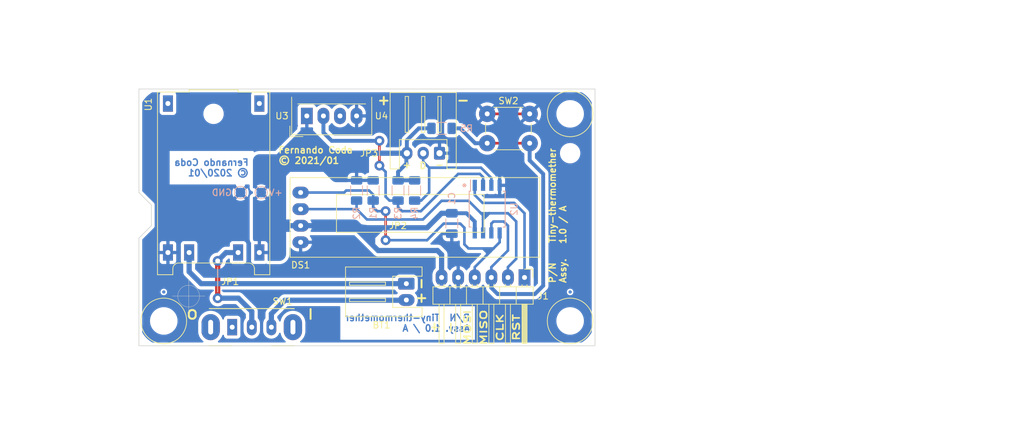
<source format=kicad_pcb>
(kicad_pcb (version 20211014) (generator pcbnew)
  (title_block (title "Tiny-Thermomether") (date "2021-03-13") (rev "1.0 / A") (company "Fernando Coda"))
  (layers (0 "F.Cu" signal) (31 "B.Cu" signal) (34 "B.Paste" user) (35 "F.Paste" user) (36 "B.SilkS" user "B.Silkscreen") (37 "F.SilkS" user "F.Silkscreen") (38 "B.Mask" user) (39 "F.Mask" user) (44 "Edge.Cuts" user))
  (net 0 "")
  (net 1 "VCC")
  (net 2 "GND")
  (net 3 "/SCL")
  (net 4 "/MOSI")
  (net 5 "/MISO")
  (net 6 "/RST")
  (net 7 "/DHT11_DATA")
  (net 8 "/DS18B20_DATA")
  (net 9 "Net-(SW1-Pad1)")
  (net 10 "Net-(U1-Pad2)")
  (net 11 "Net-(U1-Pad1)")
  (net 12 "Net-(U3-Pad3)")
  (net 13 "/BT+")
  (net 14 "/BT-")
  (net 15 "Net-(SW1-Pad2)")
  (footprint "Connector_PinHeader_2.54mm:PinHeader_1x06_P2.54mm_Horizontal" (layer "F.Cu") (at 83.185 50.4825 -90)
    (fp_text reference "J1" (at 2.8575 -2.8575 180) (layer "F.SilkS"))
    (fp_text value "Conn_01x06_Male" hide)
    (fp_line (start 1.44 14.03) (end 4.1 14.03) (layer "F.SilkS") (width 0.12))
    (fp_line (start 4.1 -1.33) (end 1.44 -1.33) (layer "F.SilkS") (width 0.12))
    (fp_line (start 1.44 8.89) (end 4.1 8.89) (layer "F.SilkS") (width 0.12))
    (fp_line (start 10.1 5.46) (end 4.1 5.46) (layer "F.SilkS") (width 0.12))
    (fp_line (start 1.042929 13.08) (end 1.44 13.08) (layer "F.SilkS") (width 0.12))
    (fp_line (start 1.44 1.27) (end 4.1 1.27) (layer "F.SilkS") (width 0.12))
    (fp_line (start 4.1 0.16) (end 10.1 0.16) (layer "F.SilkS") (width 0.12))
    (fp_line (start 1.44 -1.33) (end 1.44 14.03) (layer "F.SilkS") (width 0.12))
    (fp_line (start 4.1 -0.32) (end 10.1 -0.32) (layer "F.SilkS") (width 0.12))
    (fp_line (start 4.1 7.24) (end 10.1 7.24) (layer "F.SilkS") (width 0.12))
    (fp_line (start 4.1 -0.38) (end 10.1 -0.38) (layer "F.SilkS") (width 0.12))
    (fp_line (start 10.1 12.32) (end 10.1 13.08) (layer "F.SilkS") (width 0.12))
    (fp_line (start 4.1 -0.2) (end 10.1 -0.2) (layer "F.SilkS") (width 0.12))
    (fp_line (start 10.1 13.08) (end 4.1 13.08) (layer "F.SilkS") (width 0.12))
    (fp_line (start 10.1 7.24) (end 10.1 8) (layer "F.SilkS") (width 0.12))
    (fp_line (start 10.1 0.38) (end 4.1 0.38) (layer "F.SilkS") (width 0.12))
    (fp_line (start 1.042929 12.32) (end 1.44 12.32) (layer "F.SilkS") (width 0.12))
    (fp_line (start 1.042929 9.78) (end 1.44 9.78) (layer "F.SilkS") (width 0.12))
    (fp_line (start 1.042929 7.24) (end 1.44 7.24) (layer "F.SilkS") (width 0.12))
    (fp_line (start 4.1 -0.08) (end 10.1 -0.08) (layer "F.SilkS") (width 0.12))
    (fp_line (start 4.1 2.16) (end 10.1 2.16) (layer "F.SilkS") (width 0.12))
    (fp_line (start 1.11 0.38) (end 1.44 0.38) (layer "F.SilkS") (width 0.12))
    (fp_line (start 10.1 10.54) (end 4.1 10.54) (layer "F.SilkS") (width 0.12))
    (fp_line (start 4.1 9.78) (end 10.1 9.78) (layer "F.SilkS") (width 0.12))
    (fp_line (start 1.44 11.43) (end 4.1 11.43) (layer "F.SilkS") (width 0.12))
    (fp_line (start 10.1 4.7) (end 10.1 5.46) (layer "F.SilkS") (width 0.12))
    (fp_line (start 1.44 3.81) (end 4.1 3.81) (layer "F.SilkS") (width 0.12))
    (fp_line (start 4.1 0.04) (end 10.1 0.04) (layer "F.SilkS") (width 0.12))
    (fp_line (start 4.1 0.28) (end 10.1 0.28) (layer "F.SilkS") (width 0.12))
    (fp_line (start 1.042929 10.54) (end 1.44 10.54) (layer "F.SilkS") (width 0.12))
    (fp_line (start 1.042929 5.46) (end 1.44 5.46) (layer "F.SilkS") (width 0.12))
    (fp_line (start 10.1 2.92) (end 4.1 2.92) (layer "F.SilkS") (width 0.12))
    (fp_line (start 10.1 9.78) (end 10.1 10.54) (layer "F.SilkS") (width 0.12))
    (fp_line (start 10.1 2.16) (end 10.1 2.92) (layer "F.SilkS") (width 0.12))
    (fp_line (start 4.1 14.03) (end 4.1 -1.33) (layer "F.SilkS") (width 0.12))
    (fp_line (start 1.44 6.35) (end 4.1 6.35) (layer "F.SilkS") (width 0.12))
    (fp_line (start 10.1 8) (end 4.1 8) (layer "F.SilkS") (width 0.12))
    (fp_line (start 1.042929 8) (end 1.44 8) (layer "F.SilkS") (width 0.12))
    (fp_line (start -1.27 -1.27) (end 0 -1.27) (layer "F.SilkS") (width 0.12))
    (fp_line (start 1.11 -0.38) (end 1.44 -0.38) (layer "F.SilkS") (width 0.12))
    (fp_line (start 1.042929 2.16) (end 1.44 2.16) (layer "F.SilkS") (width 0.12))
    (fp_line (start 1.042929 2.92) (end 1.44 2.92) (layer "F.SilkS") (width 0.12))
    (fp_line (start 1.042929 4.7) (end 1.44 4.7) (layer "F.SilkS") (width 0.12))
    (fp_line (start 4.1 4.7) (end 10.1 4.7) (layer "F.SilkS") (width 0.12))
    (fp_line (start -1.27 0) (end -1.27 -1.27) (layer "F.SilkS") (width 0.12))
    (fp_line (start 4.1 12.32) (end 10.1 12.32) (layer "F.SilkS") (width 0.12))
    (fp_line (start 10.1 -0.38) (end 10.1 0.38) (layer "F.SilkS") (width 0.12))
    (pad "1" thru_hole rect locked (at 0 0 270) (size 2.5 1.8) (drill 0.75) (layers *.Cu *.Mask) (net 6 "/RST"))
    (pad "2" thru_hole oval locked (at 0 2.54 270) (size 2.5 1.8) (drill 0.75) (layers *.Cu *.Mask) (net 3 "/SCL"))
    (pad "3" thru_hole oval locked (at 0 5.08 270) (size 2.5 1.8) (drill 0.75) (layers *.Cu *.Mask) (net 5 "/MISO"))
    (pad "4" thru_hole oval locked (at 0 7.62 270) (size 2.5 1.8) (drill 0.75) (layers *.Cu *.Mask) (net 4 "/MOSI"))
    (pad "5" thru_hole oval locked (at 0 10.16 270) (size 2.5 1.8) (drill 0.75) (layers *.Cu *.Mask) (net 2 "GND"))
    (pad "6" thru_hole oval locked (at 0 12.7 270) (size 2.5 1.8) (drill 0.75) (layers *.Cu *.Mask) (net 1 "VCC"))
  )
  (footprint "Connector_JST:JST_XH_S3B-XH-A_1x03_P2.50mm_Horizontal" (layer "F.Cu") (at 70.1675 31.4325 180)
    (fp_text reference "U4" (at 8.89 5.715) (layer "F.SilkS"))
    (fp_text value "DS18B20")
    (fp_line (start -1.14 2.09) (end 2.5 2.09) (layer "F.SilkS") (width 0.12))
    (fp_line (start 2.5 9.31) (end 7.56 9.31) (layer "F.SilkS") (width 0.12))
    (fp_line (start 4.75 8.7) (end 5.25 8.7) (layer "F.SilkS") (width 0.12))
    (fp_line (start 2.5 9.31) (end -2.56 9.31) (layer "F.SilkS") (width 0.12))
    (fp_line (start 2.25 8.7) (end 2.75 8.7) (layer "F.SilkS") (width 0.12))
    (fp_line (start 0.25 3.2) (end -0.25 3.2) (layer "F.SilkS") (width 0.12))
    (fp_line (start 6.14 2.09) (end 2.5 2.09) (layer "F.SilkS") (width 0.12))
    (fp_line (start 7.56 -2.41) (end 6.14 -2.41) (layer "F.SilkS") (width 0.12))
    (fp_line (start -2.56 9.31) (end -2.56 -2.41) (layer "F.SilkS") (width 0.12))
    (fp_line (start 6.14 -2.41) (end 6.14 2.09) (layer "F.SilkS") (width 0.12))
    (fp_line (start -0.25 8.7) (end 0.25 8.7) (layer "F.SilkS") (width 0.12))
    (fp_line (start 4.75 3.2) (end 4.75 8.7) (layer "F.SilkS") (width 0.12))
    (fp_line (start 5.25 3.2) (end 4.75 3.2) (layer "F.SilkS") (width 0.12))
    (fp_line (start 2.75 8.7) (end 2.75 3.2) (layer "F.SilkS") (width 0.12))
    (fp_line (start -1.14 -2.41) (end -1.14 2.09) (layer "F.SilkS") (width 0.12))
    (fp_line (start 5.25 8.7) (end 5.25 3.2) (layer "F.SilkS") (width 0.12))
    (fp_line (start 2.75 3.2) (end 2.25 3.2) (layer "F.SilkS") (width 0.12))
    (fp_line (start 2.25 3.2) (end 2.25 8.7) (layer "F.SilkS") (width 0.12))
    (fp_line (start -0.25 3.2) (end -0.25 8.7) (layer "F.SilkS") (width 0.12))
    (fp_line (start 7.56 9.31) (end 7.56 -2.41) (layer "F.SilkS") (width 0.12))
    (fp_line (start -2.56 -2.41) (end -1.14 -2.41) (layer "F.SilkS") (width 0.12))
    (fp_line (start 0.25 8.7) (end 0.25 3.2) (layer "F.SilkS") (width 0.12))
    (pad "1" thru_hole roundrect (at 0 0 180) (size 1.7 1.95) (drill 0.95) (layers *.Cu *.Mask) (roundrect_rratio 0.147059) (net 2 "GND"))
    (pad "2" thru_hole oval (at 2.5 0 180) (size 1.7 1.95) (drill 0.95) (layers *.Cu *.Mask) (net 8 "/DS18B20_DATA"))
    (pad "3" thru_hole oval (at 5 0 180) (size 1.7 1.95) (drill 0.95) (layers *.Cu *.Mask) (net 1 "VCC"))
  )
  (footprint "Connector_JST:JST_XH_S2B-XH-A_1x02_P2.50mm_Horizontal" (layer "F.Cu") (at 65.0875 51.435 -90)
    (fp_text reference "BT1" (at 6.35 3.81) (layer "F.SilkS"))
    (fp_text value "Battery_Cell")
    (fp_line (start -2.56 -2.41) (end -1.14 -2.41) (layer "F.SilkS") (width 0.12))
    (fp_line (start -1.14 2.09) (end 1.25 2.09) (layer "F.SilkS") (width 0.12))
    (fp_line (start 3.64 2.09) (end 1.25 2.09) (layer "F.SilkS") (width 0.12))
    (fp_line (start 1.25 9.31) (end 5.06 9.31) (layer "F.SilkS") (width 0.12))
    (fp_line (start -2.56 9.31) (end -2.56 -2.41) (layer "F.SilkS") (width 0.12))
    (fp_line (start 2.75 8.7) (end 2.75 3.2) (layer "F.SilkS") (width 0.12))
    (fp_line (start -0.25 8.7) (end 0.25 8.7) (layer "F.SilkS") (width 0.12))
    (fp_line (start -0.25 3.2) (end -0.25 8.7) (layer "F.SilkS") (width 0.12))
    (fp_line (start 5.06 9.31) (end 5.06 -2.41) (layer "F.SilkS") (width 0.12))
    (fp_line (start 2.25 8.7) (end 2.75 8.7) (layer "F.SilkS") (width 0.12))
    (fp_line (start 2.25 3.2) (end 2.25 8.7) (layer "F.SilkS") (width 0.12))
    (fp_line (start 2.75 3.2) (end 2.25 3.2) (layer "F.SilkS") (width 0.12))
    (fp_line (start 0.25 3.2) (end -0.25 3.2) (layer "F.SilkS") (width 0.12))
    (fp_line (start 5.06 -2.41) (end 3.64 -2.41) (layer "F.SilkS") (width 0.12))
    (fp_line (start 3.64 -2.41) (end 3.64 2.09) (layer "F.SilkS") (width 0.12))
    (fp_line (start 1.25 9.31) (end -2.56 9.31) (layer "F.SilkS") (width 0.12))
    (fp_line (start 0.25 8.7) (end 0.25 3.2) (layer "F.SilkS") (width 0.12))
    (fp_line (start -1.14 -2.41) (end -1.14 2.09) (layer "F.SilkS") (width 0.12))
    (pad "1" thru_hole oval locked (at 2.5 0 270) (size 1.8 2.5) (drill 0.75) (layers *.Cu *.Mask) (net 13 "/BT+"))
    (pad "2" thru_hole roundrect locked (at 0 0 270) (size 1.8 2.5) (drill 0.75) (layers *.Cu *.Mask) (roundrect_rratio 0.147) (net 14 "/BT-"))
  )
  (footprint "Button_Switch_THT:SW_SPDT_Angled_P3mm_13x5.5x6mm" (layer "F.Cu") (at 38.4175 58.1025)
    (fp_text reference "SW1" (at 7.7125 -3.9525) (layer "F.SilkS"))
    (fp_text value "SW_SPDT")
    (fp_line (start -3.5 -2.85) (end 9.5 -2.85) (layer "F.SilkS") (width 0.15))
    (fp_line (start 6 2.85) (end 9.5 2.85) (layer "F.SilkS") (width 0.15))
    (fp_line (start -3.5 2.85) (end -0.1 2.85) (layer "F.SilkS") (width 0.15))
    (pad "" thru_hole oval locked (at -3.3 0) (size 2.8 4) (drill oval 0.75 2.25) (layers *.Cu *.Mask))
    (pad "" thru_hole oval locked (at 9.3 0) (size 2.8 4) (drill oval 0.75 2.25) (layers *.Cu *.Mask))
    (pad "1" thru_hole rect locked (at 0 0) (size 1.5 2.5) (drill 0.75) (layers *.Cu *.Mask) (net 9 "Net-(SW1-Pad1)"))
    (pad "2" thru_hole oval locked (at 3 0) (size 1.5 2.5) (drill 0.75) (layers *.Cu *.Mask) (net 15 "Net-(SW1-Pad2)"))
    (pad "3" thru_hole oval locked (at 6 0) (size 1.5 2.5) (drill 0.75) (layers *.Cu *.Mask) (net 13 "/BT+"))
  )
  (footprint "Sensor:Aosong_DHT11_5.5x12.0_P2.54mm_horizontal" (layer "F.Cu") (at 49.8475 25.7175 90)
    (fp_text reference "U3" (at 0 -3.81) (layer "F.SilkS"))
    (fp_text value "DHT11")
    (fp_line (start -3.16 -2.6) (end -1.55 -2.6) (layer "F.SilkS") (width 0.12))
    (fp_line (start 2.88 9.94) (end -2.88 9.94) (layer "F.SilkS") (width 0.12))
    (fp_line (start -2.87 -2.32) (end 2.88 -2.32) (layer "F.SilkS") (width 0.12))
    (fp_line (start 1.84 -1.4) (end 1.84 9) (layer "F.SilkS") (width 0.12))
    (fp_line (start -3.16 -2.6) (end -3.16 -0.6) (layer "F.SilkS") (width 0.12))
    (fp_line (start -2.88 9.94) (end -2.88 -2.31) (layer "F.SilkS") (width 0.12))
    (pad "1" thru_hole rect locked (at 0 0 90) (size 2.5 1.8) (drill 0.75) (layers *.Cu *.Mask) (net 1 "VCC"))
    (pad "2" thru_hole oval locked (at 0 2.54 90) (size 2.5 1.8) (drill 0.75) (layers *.Cu *.Mask) (net 7 "/DHT11_DATA"))
    (pad "3" thru_hole oval locked (at 0 5.08 90) (size 2.5 1.8) (drill 0.75) (layers *.Cu *.Mask) (net 12 "Net-(U3-Pad3)"))
    (pad "4" thru_hole oval locked (at 0 7.62 90) (size 2.5 1.8) (drill 0.75) (layers *.Cu *.Mask) (net 2 "GND"))
  )
  (footprint "ssd1306:SSD1306_128x32" (layer "F.Cu") (at 48.895 45.085)
    (fp_text reference "DS1" (at 0 3.4925) (layer "F.SilkS"))
    (fp_text value "SSD1306_128x32")
    (fp_line (start 28.09 -7.32) (end 28.09 -1.52) (layer "F.SilkS") (width 0.12))
    (fp_line (start -1.61 2.3) (end 36.61 2.3) (layer "F.SilkS") (width 0.12))
    (fp_line (start 5.49 -7.32) (end 5.49 -1.52) (layer "F.SilkS") (width 0.12))
    (fp_line (start 36.61 -9.92) (end 36.61 2.3) (layer "F.SilkS") (width 0.12))
    (fp_line (start 36.61 -9.92) (end -1.61 -9.92) (layer "F.SilkS") (width 0.12))
    (fp_line (start -1.61 -9.92) (end -1.61 2.3) (layer "F.SilkS") (width 0.12))
    (fp_line (start 5.49 -1.52) (end 28.09 -1.52) (layer "F.SilkS") (width 0.12))
    (fp_line (start 5.49 -7.32) (end 28.09 -7.32) (layer "F.SilkS") (width 0.12))
    (pad "1" thru_hole oval locked (at 0 0) (size 2.5 1.8) (drill 0.75) (layers *.Cu *.Mask) (net 2 "GND"))
    (pad "2" thru_hole oval locked (at 0 -2.54) (size 2.5 1.8) (drill 0.75) (layers *.Cu *.Mask) (net 1 "VCC"))
    (pad "3" thru_hole oval locked (at 0 -5.08) (size 2.5 1.8) (drill 0.75) (layers *.Cu *.Mask) (net 3 "/SCL"))
    (pad "4" thru_hole oval locked (at 0 -7.62) (size 2.5 1.8) (drill 0.75) (layers *.Cu *.Mask) (net 4 "/MOSI"))
  )
  (footprint "Button_Switch_THT:SW_PUSH_6mm_H7.3mm" (layer "F.Cu") (at 77.47 25.4)
    (fp_text reference "SW2" (at 3.25 -2) (layer "F.SilkS"))
    (fp_text value "SW_Push")
    (fp_line (start 6.75 3) (end 6.75 1.5) (layer "F.SilkS") (width 0.12))
    (fp_line (start 5.5 -1) (end 1 -1) (layer "F.SilkS") (width 0.12))
    (fp_line (start -0.25 1.5) (end -0.25 3) (layer "F.SilkS") (width 0.12))
    (fp_line (start 1 5.5) (end 5.5 5.5) (layer "F.SilkS") (width 0.12))
    (pad "1" thru_hole circle locked (at 0 0 90) (size 2.5 2.5) (drill 0.75) (layers *.Cu *.Mask) (net 2 "GND"))
    (pad "1" thru_hole circle locked (at 6.5 0 90) (size 2.5 2.5) (drill 0.75) (layers *.Cu *.Mask) (net 2 "GND"))
    (pad "2" thru_hole circle locked (at 0 4.5 90) (size 2.5 2.5) (drill 0.75) (layers *.Cu *.Mask) (net 5 "/MISO"))
    (pad "2" thru_hole circle locked (at 6.5 4.5 90) (size 2.5 2.5) (drill 0.75) (layers *.Cu *.Mask) (net 5 "/MISO"))
  )
  (footprint "tp4056:TP4056" (layer "F.Cu") (at 28.575 46.6625 -90)
    (fp_text reference "U1" (at -22.7 3 90) (layer "F.SilkS"))
    (fp_text value "TP4056")
    (fp_line (start 3.4 1.6) (end -24.6 1.6) (layer "F.SilkS") (width 0.12))
    (fp_line (start 1.6 -12.35) (end 1.6 -1.65) (layer "F.SilkS") (width 0.12))
    (fp_line (start -24.6 1.6) (end -24.6 -3.25) (layer "F.SilkS") (width 0.12))
    (fp_line (start 3.4 -15.6) (end 3.4 -13.25) (layer "F.SilkS") (width 0.12))
    (fp_line (start 2.5 -0.75) (end 3.4 -0.75) (layer "F.SilkS") (width 0.12))
    (fp_line (start -24.95 -10.75) (end -24.6 -10.75) (layer "F.SilkS") (width 0.12))
    (fp_line (start -24.6 -3.25) (end -24.95 -3.25) (layer "F.SilkS") (width 0.12))
    (fp_line (start 2.5 -13.25) (end 3.4 -13.25) (layer "F.SilkS") (width 0.12))
    (fp_line (start -24.95 -3.25) (end -24.95 -10.75) (layer "F.SilkS") (width 0.12))
    (fp_line (start -24.6 -15.6) (end 3.4 -15.6) (layer "F.SilkS") (width 0.12))
    (fp_line (start -24.6 -10.75) (end -24.6 -15.6) (layer "F.SilkS") (width 0.12))
    (fp_line (start 3.4 -0.75) (end 3.4 1.6) (layer "F.SilkS") (width 0.12))
    (fp_arc (start 1.6 -12.35) (mid 1.863604 -12.986396) (end 2.5 -13.25) (layer "F.SilkS") (width 0.12))
    (fp_arc (start 2.5 -0.75) (mid 1.863604 -1.013604) (end 1.6 -1.65) (layer "F.SilkS") (width 0.12))
    (pad "1" thru_hole rect locked (at -22.85 -14 270) (size 2.5 1.524) (drill 0.762) (layers *.Cu *.Mask) (net 11 "Net-(U1-Pad1)"))
    (pad "2" thru_hole rect locked (at -22.85 0 270) (size 2.5 1.524) (drill 0.762) (layers *.Cu *.Mask) (net 10 "Net-(U1-Pad2)"))
    (pad "3" thru_hole rect locked (at 0 -10.75 270) (size 2.5 1.524) (drill 0.762) (layers *.Cu *.Mask) (net 15 "Net-(SW1-Pad2)"))
    (pad "4" thru_hole rect locked (at 0 -3.25 270) (size 2.5 1.524) (drill 0.762) (layers *.Cu *.Mask) (net 14 "/BT-"))
    (pad "5" thru_hole rect locked (at 0 -14 270) (size 2.5 1.524) (drill 0.762) (layers *.Cu *.Mask) (net 1 "VCC"))
    (pad "6" thru_hole rect locked (at 0 0 270) (size 2.5 1.524) (drill 0.762) (layers *.Cu *.Mask) (net 2 "GND"))
  )
  (footprint "MountingHole:MountingHole_3.2mm_M3_ISO7380" (layer "F.Cu") (at 27.94 57.15)
    (fp_text reference "REF**" hide)
    (fp_text value "MountingHole_3.2mm_M3_ISO7380" hide)
    (pad "" np_thru_hole circle locked (at 0 0) (size 3.2 3.2) (drill 3.2) (layers *.Cu *.Mask))
  )
  (footprint "MountingHole:MountingHole_3.2mm_M3_ISO7380" (layer "F.Cu") (at 90.17 57.15)
    (fp_text reference "REF**" hide)
    (fp_text value "MountingHole_3.2mm_M3_ISO7380" hide)
    (pad "" np_thru_hole circle locked (at 0 0) (size 3.2 3.2) (drill 3.2) (layers *.Cu *.Mask))
  )
  (footprint "MountingHole:MountingHole_3.2mm_M3_ISO7380" (layer "F.Cu") (at 90.17 25.4)
    (fp_text reference "REF**" hide)
    (fp_text value "MountingHole_3.2mm_M3_ISO7380" hide)
    (pad "" np_thru_hole circle locked (at 0 0) (size 3.2 3.2) (drill 3.2) (layers *.Cu *.Mask))
  )
  (footprint "MountingHole:MountingHole_2.1mm" (layer "F.Cu") (at 35.56 25.4)
    (fp_text reference "REF**" hide)
    (fp_text value "MountingHole_2.1mm" hide)
    (pad "" np_thru_hole circle locked (at 0 0) (size 2.1 2.1) (drill 2.1) (layers *.Cu *.Mask))
  )
  (footprint "MountingHole:MountingHole_2.1mm" (layer "F.Cu") (at 90.17 31.4325)
    (fp_text reference "REF**" hide)
    (fp_text value "MountingHole_2.1mm" hide)
    (pad "" np_thru_hole circle locked (at 0 0) (size 2.1 2.1) (drill 2.1) (layers *.Cu *.Mask))
  )
  (footprint "Resistor_SMD:R_1206_3216Metric_Pad1.30x1.75mm_HandSolder" (layer "B.Cu") (at 63.8175 37.1475 -90)
    (fp_text reference "R3" (at 3.4925 0 -90) (layer "B.SilkS") (effects (justify mirror)))
    (fp_text value "4k7")
    (fp_line (start -0.727064 -0.91) (end 0.727064 -0.91) (layer "B.SilkS") (width 0.12))
    (fp_line (start -0.727064 0.91) (end 0.727064 0.91) (layer "B.SilkS") (width 0.12))
    (pad "1" smd roundrect locked (at -1.55 0 270) (size 1.3 1.75) (layers "B.Cu" "B.Paste" "B.Mask") (roundrect_rratio 0.192308) (net 1 "VCC"))
    (pad "2" smd roundrect locked (at 1.55 0 270) (size 1.3 1.75) (layers "B.Cu" "B.Paste" "B.Mask") (roundrect_rratio 0.192308) (net 7 "/DHT11_DATA"))
  )
  (footprint "Resistor_SMD:R_1206_3216Metric_Pad1.30x1.75mm_HandSolder" (layer "B.Cu") (at 57.4675 37.1475 -90)
    (fp_text reference "R2" (at 3.4925 0 -90) (layer "B.SilkS") (effects (justify mirror)))
    (fp_text value "10k")
    (fp_line (start -0.727064 -0.91) (end 0.727064 -0.91) (layer "B.SilkS") (width 0.12))
    (fp_line (start -0.727064 0.91) (end 0.727064 0.91) (layer "B.SilkS") (width 0.12))
    (pad "1" smd roundrect locked (at -1.55 0 270) (size 1.3 1.75) (layers "B.Cu" "B.Paste" "B.Mask") (roundrect_rratio 0.192308) (net 1 "VCC"))
    (pad "2" smd roundrect locked (at 1.55 0 270) (size 1.3 1.75) (layers "B.Cu" "B.Paste" "B.Mask") (roundrect_rratio 0.192308) (net 3 "/SCL"))
  )
  (footprint "Resistor_SMD:R_1206_3216Metric_Pad1.30x1.75mm_HandSolder" (layer "B.Cu") (at 66.3575 37.1475 -90)
    (fp_text reference "R4" (at 3.4925 0 -90) (layer "B.SilkS") (effects (justify mirror)))
    (fp_text value "4k7")
    (fp_line (start -0.727064 0.91) (end 0.727064 0.91) (layer "B.SilkS") (width 0.12))
    (fp_line (start -0.727064 -0.91) (end 0.727064 -0.91) (layer "B.SilkS") (width 0.12))
    (pad "1" smd roundrect locked (at -1.55 0 270) (size 1.3 1.75) (layers "B.Cu" "B.Paste" "B.Mask") (roundrect_rratio 0.192308) (net 1 "VCC"))
    (pad "2" smd roundrect locked (at 1.55 0 270) (size 1.3 1.75) (layers "B.Cu" "B.Paste" "B.Mask") (roundrect_rratio 0.192308) (net 8 "/DS18B20_DATA"))
  )
  (footprint "Capacitor_SMD:C_1206_3216Metric_Pad1.33x1.80mm_HandSolder" (layer "B.Cu") (at 72.0475 42.2025 -90)
    (fp_text reference "C1" (at -3.81 0 -90) (layer "B.SilkS") (effects (justify mirror)))
    (fp_text value "0.1uF")
    (fp_line (start -0.711252 -0.91) (end 0.711252 -0.91) (layer "B.SilkS") (width 0.12))
    (fp_line (start -0.711252 0.91) (end 0.711252 0.91) (layer "B.SilkS") (width 0.12))
    (pad "1" smd roundrect locked (at -1.5625 0 270) (size 1.325 1.8) (layers "B.Cu" "B.Paste" "B.Mask") (roundrect_rratio 0.188679) (net 1 "VCC"))
    (pad "2" smd roundrect locked (at 1.5625 0 270) (size 1.325 1.8) (layers "B.Cu" "B.Paste" "B.Mask") (roundrect_rratio 0.188679) (net 2 "GND"))
  )
  (footprint "Package_SO:SOIJ-8_5.3x5.3mm_P1.27mm" (layer "B.Cu") (at 77.47 40.005 -90)
    (fp_text reference "U2" (at 0 -4.1275 -90) (layer "B.SilkS") (effects (justify mirror)))
    (fp_text value "ATtiny85-20SU")
    (fp_line (start -2.75 2.755) (end 2.75 2.755) (layer "B.SilkS") (width 0.15))
    (fp_line (start -2.75 -2.755) (end 2.75 -2.755) (layer "B.SilkS") (width 0.15))
    (fp_line (start 2.75 -2.755) (end 2.75 -2.455) (layer "B.SilkS") (width 0.15))
    (fp_line (start 2.75 2.755) (end 2.75 2.455) (layer "B.SilkS") (width 0.15))
    (fp_line (start -2.75 2.755) (end -2.75 2.55) (layer "B.SilkS") (width 0.15))
    (fp_line (start -2.75 -2.755) (end -2.75 -2.455) (layer "B.SilkS") (width 0.15))
    (fp_line (start -2.75 2.55) (end -4.5 2.55) (layer "B.SilkS") (width 0.15))
    (pad "1" smd rect locked (at -3.65 1.905 270) (size 1.7 0.65) (layers "B.Cu" "B.Paste" "B.Mask") (net 6 "/RST"))
    (pad "2" smd rect locked (at -3.65 0.635 270) (size 1.7 0.65) (layers "B.Cu" "B.Paste" "B.Mask") (net 7 "/DHT11_DATA"))
    (pad "3" smd rect locked (at -3.65 -0.635 270) (size 1.7 0.65) (layers "B.Cu" "B.Paste" "B.Mask") (net 8 "/DS18B20_DATA"))
    (pad "4" smd rect locked (at -3.65 -1.905 270) (size 1.7 0.65) (layers "B.Cu" "B.Paste" "B.Mask") (net 2 "GND"))
    (pad "5" smd rect locked (at 3.65 -1.905 270) (size 1.7 0.65) (layers "B.Cu" "B.Paste" "B.Mask") (net 4 "/MOSI"))
    (pad "6" smd rect locked (at 3.65 -0.635 270) (size 1.7 0.65) (layers "B.Cu" "B.Paste" "B.Mask") (net 5 "/MISO"))
    (pad "7" smd rect locked (at 3.65 0.635 270) (size 1.7 0.65) (layers "B.Cu" "B.Paste" "B.Mask") (net 3 "/SCL"))
    (pad "8" smd rect locked (at 3.65 1.905 270) (size 1.7 0.65) (layers "B.Cu" "B.Paste" "B.Mask") (net 1 "VCC"))
  )
  (footprint "Resistor_SMD:R_1206_3216Metric_Pad1.30x1.75mm_HandSolder" (layer "B.Cu") (at 60.0075 37.1475 -90)
    (fp_text reference "R1" (at 3.4925 0 -90) (layer "B.SilkS") (effects (justify mirror)))
    (fp_text value "10k")
    (fp_line (start -0.727064 0.91) (end 0.727064 0.91) (layer "B.SilkS") (width 0.12))
    (fp_line (start -0.727064 -0.91) (end 0.727064 -0.91) (layer "B.SilkS") (width 0.12))
    (pad "1" smd roundrect locked (at -1.55 0 270) (size 1.3 1.75) (layers "B.Cu" "B.Paste" "B.Mask") (roundrect_rratio 0.192308) (net 1 "VCC"))
    (pad "2" smd roundrect locked (at 1.55 0 270) (size 1.3 1.75) (layers "B.Cu" "B.Paste" "B.Mask") (roundrect_rratio 0.192308) (net 4 "/MOSI"))
  )
  (footprint "Fiducial:Fiducial_0.5mm_Mask1mm" (layer "B.Cu") (at 27.94 52.705)
    (fp_text reference "REF**" hide)
    (fp_text value "Fiducial_0.5mm_Mask1mm" hide)
    (pad "" smd circle locked (at 0 0) (size 0.5 0.5) (layers "B.Cu" "B.Mask") (clearance 0.25))
  )
  (footprint "TestPoint:TestPoint_Pad_D1.5mm" (layer "B.Cu") (at 42.8625 37.465)
    (fp_text reference "+V" (at 2.2225 0) (layer "B.SilkS") (effects (justify mirror)))
    (fp_text value "TestPoint_Pad_D1.5mm" hide)
    (fp_circle (center 0 0) (end 0 -0.95) (layer "B.SilkS") (width 0.12) (fill none))
    (pad "1" smd circle locked (at 0 0) (size 1.5 1.5) (layers "B.Cu" "B.Mask") (net 1 "VCC"))
  )
  (footprint "TestPoint:TestPoint_Pad_D1.5mm" (layer "B.Cu") (at 39.6875 37.465)
    (fp_text reference "GND" (at -2.8575 0) (layer "B.SilkS") (effects (justify mirror)))
    (fp_text value "TestPoint_Pad_D1.5mm" hide)
    (fp_circle (center 0 0) (end 0 -0.95) (layer "B.SilkS") (width 0.12) (fill none))
    (pad "1" smd circle locked (at 0 0) (size 1.5 1.5) (layers "B.Cu" "B.Mask") (net 2 "GND"))
  )
  (footprint "Fiducial:Fiducial_0.5mm_Mask1mm" (layer "B.Cu") (at 90.17 52.705)
    (fp_text reference "REF**" hide)
    (fp_text value "Fiducial_0.5mm_Mask1mm" hide)
    (pad "" smd circle locked (at 0 0) (size 0.5 0.5) (layers "B.Cu" "B.Mask") (clearance 0.25))
  )
  (footprint "Resistor_SMD:R_1206_3216Metric_Pad1.30x1.75mm_HandSolder" (layer "B.Cu") (at 70.485 27.6225)
    (fp_text reference "R5" (at 3.81 0 180) (layer "B.SilkS") (effects (justify mirror)))
    (fp_text value "10k")
    (fp_line (start -0.727064 -0.91) (end 0.727064 -0.91) (layer "B.SilkS") (width 0.12))
    (fp_line (start -0.727064 0.91) (end 0.727064 0.91) (layer "B.SilkS") (width 0.12))
    (pad "1" smd roundrect locked (at -1.55 0) (size 1.3 1.75) (layers "B.Cu" "B.Paste" "B.Mask") (roundrect_rratio 0.192308) (net 1 "VCC"))
    (pad "2" smd roundrect locked (at 1.55 0) (size 1.3 1.75) (layers "B.Cu" "B.Paste" "B.Mask") (roundrect_rratio 0.192308) (net 5 "/MISO"))
  )
  (gr_line (start 60.96 30.48) (end 60.96 32.385) (layer "B.SilkS") (width 0.12))
  (gr_line (start 61.9125 41.275) (end 61.9125 43.815) (layer "B.SilkS") (width 0.12))
  (gr_line (start 36.195 48.895) (end 36.195 52.705) (layer "B.SilkS") (width 0.12))
  (gr_line (start 60.96 30.48) (end 60.96 32.385) (layer "F.SilkS") (width 0.12))
  (gr_circle (center 90.17 25.4) (end 93.67 25.4) (layer "F.SilkS") (width 0.12) (fill none))
  (gr_circle (center 27.94 57.15) (end 31.44 57.15) (layer "F.SilkS") (width 0.12) (fill none))
  (gr_line (start 36.195 48.895) (end 36.195 52.705) (layer "F.SilkS") (width 0.12))
  (gr_circle (center 90.17 57.15) (end 93.67 57.15) (layer "F.SilkS") (width 0.12) (fill none))
  (gr_line (start 61.9125 41.275) (end 61.9125 43.815) (layer "F.SilkS") (width 0.12))
  (gr_line (start 24.13 37.465) (end 24.13 21.59) (layer "Edge.Cuts") (width 0.1))
  (gr_line (start 93.98 21.59) (end 93.98 60.96) (layer "Edge.Cuts") (width 0.1))
  (gr_line (start 24.13 44.45) (end 26.035 42.545) (layer "Edge.Cuts") (width 0.1))
  (gr_line (start 26.035 39.37) (end 24.13 37.465) (layer "Edge.Cuts") (width 0.1))
  (gr_line (start 93.98 60.96) (end 24.13 60.96) (layer "Edge.Cuts") (width 0.1))
  (gr_line (start 24.13 60.96) (end 24.13 44.45) (layer "Edge.Cuts") (width 0.1))
  (gr_line (start 26.035 42.545) (end 26.035 39.37) (layer "Edge.Cuts") (width 0.1))
  (gr_line (start 24.13 21.59) (end 93.98 21.59) (layer "Edge.Cuts") (width 0.1))
  (gr_text "Fernando Coda\n© 2020/01" (at 41.03 33.655) (layer "B.Cu") (effects (font (size 1 1) (thickness 0.2)) (justify left mirror)))
  (gr_text "P/N  Tiny-thermomether\nAssy. 1.0 / A" (at 74.93 57.4675) (layer "B.Cu") (effects (font (size 1 1) (thickness 0.2)) (justify left mirror)))
  (gr_text "." (at 73.9775 35.56) (layer "B.SilkS") (effects (font (size 2 2) (thickness 0.4)) (justify mirror)))
  (gr_text "MOSI" (at 74.43 58.15 90) (layer "F.SilkS") (effects (font (size 1 1.5) (thickness 0.25))))
  (gr_text "+" (at 69.33 58.15 90) (layer "F.SilkS") (effects (font (size 1 1.5) (thickness 0.25))))
  (gr_text "Fernando Coda\n© 2021/01" (at 45.4025 31.75) (layer "F.SilkS") (effects (font (size 1 1) (thickness 0.2)) (justify left)))
  (gr_text "JP3" (at 59.3725 31.4325) (layer "F.SilkS") (effects (font (size 1 1))))
  (gr_text "D" (at 67.6275 33.3375) (layer "F.SilkS") (effects (font (size 1 1) (thickness 0.2))))
  (gr_text "+" (at 65.17 33.22) (layer "F.SilkS") (effects (font (size 1 1) (thickness 0.2))))
  (gr_text "-" (at 70.17 33.21) (layer "F.SilkS") (effects (font (size 1 1) (thickness 0.2))))
  (gr_text "+" (at 67.31 53.6575 90) (layer "F.SilkS") (effects (font (size 1.5 1.5) (thickness 0.3))))
  (gr_text "-" (at 67.31 51.435 90) (layer "F.SilkS") (effects (font (size 1.5 1.5) (thickness 0.3))))
  (gr_text "P/N    Tiny-thermomether\nAssy.   1.0 / A" (at 88.265 51.435 90) (layer "F.SilkS") (effects (font (size 1 1) (thickness 0.2)) (justify left)))
  (gr_text "JP2" (at 63.8175 42.545) (layer "F.SilkS") (effects (font (size 1 1))))
  (gr_text "RST" (at 81.93 58.15 90) (layer "F.SilkS") (effects (font (size 1 1.5) (thickness 0.25))))
  (gr_text "CLK" (at 79.43 58.15 90) (layer "F.SilkS") (effects (font (size 1 1.5) (thickness 0.25))))
  (gr_text "-" (at 71.83 58.15 90) (layer "F.SilkS") (effects (font (size 1 1.5) (thickness 0.25))))
  (gr_text "+         -" (at 67.7025 23.2725) (layer "F.SilkS") (effects (font (size 1.5 1.5) (thickness 0.3))))
  (gr_text "JP1" (at 38.1 51.1175) (layer "F.SilkS") (effects (font (size 1 1))))
  (gr_text "MISO" (at 76.93 58.15 90) (layer "F.SilkS") (effects (font (size 1 1.5) (thickness 0.25))))
  (gr_text "o" (at 32.3 55.9) (layer "F.SilkS") (effects (font (size 2 2) (thickness 0.3))))
  (gr_text "I" (at 50.42 56.15) (layer "F.SilkS") (effects (font (size 1.5 1.5) (thickness 0.3))))
  (target plus (at 31.75 53.34) (size 5) (width 0.05) (layer "Edge.Cuts"))
  (segment (start 66.3575 35.5975) (end 63.8175 35.5975) (width 0.6) (layer "B.Cu") (net 1))
  (segment (start 56.96375 42.545) (end 59.055 42.8625) (width 0.8) (layer "B.Cu") (net 1))
  (segment (start 63.8175 34.29) (end 65.0875 33.02) (width 0.6) (layer "B.Cu") (net 1))
  (segment (start 68.2625 42.8625) (end 59.3725 42.8625) (width 0.8) (layer "B.Cu") (net 1))
  (segment (start 56.96375 42.545) (end 57.28125 42.8625) (width 0.8) (layer "B.Cu") (net 1))
  (segment (start 65.1675 31.4325) (end 65.1675 29.4475) (width 0.6) (layer "B.Cu") (net 1))
  (segment (start 72.0475 40.64) (end 70.485 40.64) (width 0.8) (layer "B.Cu") (net 1))
  (segment (start 74.295 40.64) (end 72.0475 40.64) (width 0.6) (layer "B.Cu") (net 1))
  (segment (start 65.0875 31.5125) (end 65.1675 31.4325) (width 0.4) (layer "B.Cu") (net 1))
  (segment (start 68.935 27.6225) (end 66.9925 27.6225) (width 0.6) (layer "B.Cu") (net 1))
  (segment (start 70.485 46.99) (end 70.485 50.4825) (width 0.8) (layer "B.Cu") (net 1))
  (segment (start 70.485 40.64) (end 68.2625 42.8625) (width 0.8) (layer "B.Cu") (net 1))
  (segment (start 75.565 43.655) (end 75.565 41.91) (width 0.6) (layer "B.Cu") (net 1))
  (segment (start 60.77375 46.355) (end 69.85 46.355) (width 0.8) (layer "B.Cu") (net 1))
  (segment (start 48.895 42.545) (end 45.72 42.545) (width 0.8) (layer "B.Cu") (net 1))
  (segment (start 48.895 42.545) (end 56.96375 42.545) (width 0.8) (layer "B.Cu") (net 1))
  (segment (start 65.1675 29.4475) (end 66.9925 27.6225) (width 0.6) (layer "B.Cu") (net 1))
  (segment (start 65.1675 31.4325) (end 53.0225 31.4325) (width 0.8) (layer "B.Cu") (net 1))
  (segment (start 75.565 41.91) (end 74.295 40.64) (width 0.6) (layer "B.Cu") (net 1))
  (segment (start 69.85 46.355) (end 70.485 46.99) (width 0.8) (layer "B.Cu") (net 1))
  (segment (start 59.3725 42.8625) (end 57.28125 42.8625) (width 0.8) (layer "B.Cu") (net 1))
  (segment (start 65.0875 33.02) (end 65.0875 31.5125) (width 0.6) (layer "B.Cu") (net 1))
  (segment (start 57.28125 42.8625) (end 60.77375 46.355) (width 0.8) (layer "B.Cu") (net 1))
  (segment (start 63.8175 35.5975) (end 63.8175 34.29) (width 0.6) (layer "B.Cu") (net 1))
  (segment (start 77.47 25.4) (end 83.97 25.4) (width 0.4) (layer "F.Cu") (net 2))
  (segment (start 77.1525 40.9575) (end 76.835 41.275) (width 0.4) (layer "B.Cu") (net 3))
  (segment (start 74.6125 38.735) (end 76.5175 40.64) (width 0.4) (layer "B.Cu") (net 3))
  (segment (start 81.915 41.91) (end 81.915 47.625) (width 0.4) (layer "B.Cu") (net 3))
  (segment (start 76.835 41.5925) (end 76.835 43.655) (width 0.4) (layer "B.Cu") (net 3))
  (segment (start 80.645 40.64) (end 81.915 41.91) (width 0.4) (layer "B.Cu") (net 3))
  (segment (start 77.7875 40.64) (end 76.5175 40.64) (width 0.4) (layer "B.Cu") (net 3))
  (segment (start 76.5175 40.64) (end 76.835 40.9575) (width 0.4) (layer "B.Cu") (net 3))
  (segment (start 77.47 40.9575) (end 76.835 41.5925) (width 0.4) (layer "B.Cu") (net 3))
  (segment (start 77.7875 40.64) (end 80.645 40.64) (width 0.4) (layer "B.Cu") (net 3))
  (segment (start 48.895 40.005) (end 57.4675 40.005) (width 0.4) (layer "B.Cu") (net 3))
  (segment (start 57.4675 38.6975) (end 57.4675 40.005) (width 0.4) (layer "B.Cu") (net 3))
  (segment (start 80.645 48.895) (end 80.645 50.4825) (width 0.4) (layer "B.Cu") (net 3))
  (segment (start 77.1525 40.9575) (end 77.47 40.9575) (width 0.4) (layer "B.Cu") (net 3))
  (segment (start 57.4675 40.005) (end 59.055 41.5925) (width 0.4) (layer "B.Cu") (net 3))
  (segment (start 67.6275 41.5925) (end 70.485 38.735) (width 0.4) (layer "B.Cu") (net 3))
  (segment (start 76.835 40.9575) (end 77.1525 40.9575) (width 0.4) (layer "B.Cu") (net 3))
  (segment (start 81.915 47.625) (end 80.645 48.895) (width 0.4) (layer "B.Cu") (net 3))
  (segment (start 76.835 41.275) (end 76.835 41.5925) (width 0.4) (layer "B.Cu") (net 3))
  (segment (start 59.055 41.5925) (end 67.6275 41.5925) (width 0.4) (layer "B.Cu") (net 3))
  (segment (start 77.47 40.9575) (end 77.7875 40.64) (width 0.4) (layer "B.Cu") (net 3))
  (segment (start 70.485 38.735) (end 74.6125 38.735) (width 0.4) (layer "B.Cu") (net 3))
  (segment (start 76.835 40.9575) (end 76.835 41.275) (width 0.4) (layer "B.Cu") (net 3))
  (segment (start 61.9125 44.7675) (end 61.9125 40.3225) (width 0.4) (layer "F.Cu") (net 4))
  (via (at 61.9125 40.3225) (size 1.5) (drill 0.75) (layers "F.Cu" "B.Cu") (net 4))
  (via (at 61.9125 44.7675) (size 1.5) (drill 0.75) (layers "F.Cu" "B.Cu") (net 4))
  (segment (start 79.375 43.655) (end 79.375 45.085) (width 0.4) (layer "B.Cu") (net 4))
  (segment (start 75.565 48.895) (end 75.565 50.4825) (width 0.4) (layer "B.Cu") (net 4))
  (segment (start 77.47 46.0375) (end 77.47 46.6725) (width 0.4) (layer "B.Cu") (net 4))
  (segment (start 73.3425 42.2275) (end 70.8025 42.2275) (width 0.4) (layer "B.Cu") (net 4))
  (segment (start 59.3725 37.1475) (end 55.88 37.1475) (width 0.4) (layer "B.Cu") (net 4))
  (segment (start 73.9775 43.4975) (end 73.9775 42.8625) (width 0.4) (layer "B.Cu") (net 4))
  (segment (start 68.8975 44.1325) (end 68.2625 44.7675) (width 0.4) (layer "B.Cu") (net 4))
  (segment (start 77.47 46.0375) (end 76.835 46.0375) (width 0.4) (layer "B.Cu") (net 4))
  (segment (start 73.9775 42.8625) (end 73.3425 42.2275) (width 0.4) (layer "B.Cu") (net 4))
  (segment (start 78.4225 46.0375) (end 77.47 46.0375) (width 0.4) (layer "B.Cu") (net 4))
  (segment (start 55.88 37.1475) (end 55.5625 37.465) (width 0.4) (layer "B.Cu") (net 4))
  (segment (start 60.0075 37.7825) (end 59.3725 37.1475) (width 0.4) (layer "B.Cu") (net 4))
  (segment (start 78.4225 46.0375) (end 77.94625 46.51375) (width 0.4) (layer "B.Cu") (net 4))
  (segment (start 61.9125 40.3225) (end 60.6425 40.3225) (width 0.4) (layer "B.Cu") (net 4))
  (segment (start 60.0075 39.6875) (end 60.0075 38.6975) (width 0.4) (layer "B.Cu") (net 4))
  (segment (start 77.47 46.6725) (end 77.47 46.99) (width 0.4) (layer "B.Cu") (net 4))
  (segment (start 73.9775 45.4025) (end 73.9775 43.4975) (width 0.4) (layer "B.Cu") (net 4))
  (segment (start 77.47 46.0375) (end 77.94625 46.51375) (width 0.4) (layer "B.Cu") (net 4))
  (segment (start 60.0075 38.6975) (end 60.0075 37.7825) (width 0.4) (layer "B.Cu") (net 4))
  (segment (start 77.94625 46.51375) (end 77.47 46.99) (width 0.4) (layer "B.Cu") (net 4))
  (segment (start 76.835 46.0375) (end 74.93 46.0375) (width 0.4) (layer "B.Cu") (net 4))
  (segment (start 74.6125 46.0375) (end 73.9775 45.4025) (width 0.4) (layer "B.Cu") (net 4))
  (segment (start 60.6425 40.3225) (end 60.0075 39.6875) (width 0.4) (layer "B.Cu") (net 4))
  (segment (start 79.375 45.085) (end 78.4225 46.0375) (width 0.4) (layer "B.Cu") (net 4))
  (segment (start 77.47 46.99) (end 75.565 48.895) (width 0.4) (layer "B.Cu") (net 4))
  (segment (start 70.8025 42.2275) (end 68.8975 44.1325) (width 0.4) (layer "B.Cu") (net 4))
  (segment (start 77.47 46.6725) (end 76.835 46.0375) (width 0.4) (layer "B.Cu") (net 4))
  (segment (start 74.93 46.0375) (end 74.6125 46.0375) (width 0.4) (layer "B.Cu") (net 4))
  (segment (start 55.5625 37.465) (end 48.895 37.465) (width 0.4) (layer "B.Cu") (net 4))
  (segment (start 68.2625 44.7675) (end 61.9125 44.7675) (width 0.4) (layer "B.Cu") (net 4))
  (segment (start 83.97 29.9) (end 77.47 29.9) (width 0.4) (layer "F.Cu") (net 5))
  (segment (start 78.4225 41.91) (end 80.01 41.91) (width 0.4) (layer "B.Cu") (net 5))
  (segment (start 80.645 42.545) (end 80.645 46.355) (width 0.4) (layer "B.Cu") (net 5))
  (segment (start 78.105 42.2275) (end 78.4225 41.91) (width 0.4) (layer "B.Cu") (net 5))
  (segment (start 86.0425 34.6075) (end 86.0425 51.7525) (width 0.6) (layer "B.Cu") (net 5))
  (segment (start 83.97 32.535) (end 86.0425 34.6075) (width 0.6) (layer "B.Cu") (net 5))
  (segment (start 73.3425 27.6225) (end 72.0725 27.6225) (width 0.6) (layer "B.Cu") (net 5))
  (segment (start 75.62 29.9) (end 73.3425 27.6225) (width 0.6) (layer "B.Cu") (net 5))
  (segment (start 80.01 41.91) (end 80.645 42.545) (width 0.4) (layer "B.Cu") (net 5))
  (segment (start 78.105 43.655) (end 78.105 42.2275) (width 0.4) (layer "B.Cu") (net 5))
  (segment (start 77.47 29.9) (end 75.62 29.9) (width 0.6) (layer "B.Cu") (net 5))
  (segment (start 78.105 48.895) (end 78.105 50.4825) (width 0.4) (layer "B.Cu") (net 5))
  (segment (start 86.0425 51.7525) (end 84.7725 53.0225) (width 0.6) (layer "B.Cu") (net 5))
  (segment (start 78.105 52.07) (end 78.105 50.4825) (width 0.6) (layer "B.Cu") (net 5))
  (segment (start 80.645 46.355) (end 78.105 48.895) (width 0.4) (layer "B.Cu") (net 5))
  (segment (start 83.97 29.9) (end 83.97 32.535) (width 0.6) (layer "B.Cu") (net 5))
  (segment (start 84.7725 53.0225) (end 79.0575 53.0225) (width 0.6) (layer "B.Cu") (net 5))
  (segment (start 79.0575 53.0225) (end 78.105 52.07) (width 0.6) (layer "B.Cu") (net 5))
  (segment (start 75.565 37.8525) (end 76.765 39.0525) (width 0.4) (layer "B.Cu") (net 6))
  (segment (start 81.5975 39.0525) (end 83.185 40.64) (width 0.4) (layer "B.Cu") (net 6))
  (segment (start 76.765 39.0525) (end 81.5975 39.0525) (width 0.4) (layer "B.Cu") (net 6))
  (segment (start 75.565 36.355) (end 75.565 37.8525) (width 0.4) (layer "B.Cu") (net 6))
  (segment (start 83.185 40.64) (end 83.185 50.4825) (width 0.4) (layer "B.Cu") (net 6))
  (segment (start 60.96 29.5275) (end 60.96 33.3375) (width 0.4) (layer "F.Cu") (net 7))
  (via (at 60.96 33.3375) (size 1.5) (drill 0.75) (layers "F.Cu" "B.Cu") (net 7))
  (via (at 60.96 29.5275) (size 1.5) (drill 0.75) (layers "F.Cu" "B.Cu") (net 7))
  (segment (start 76.3375 34.6075) (end 73.025 34.6075) (width 0.4) (layer "B.Cu") (net 7))
  (segment (start 76.835 35.105) (end 76.3375 34.6075) (width 0.4) (layer "B.Cu") (net 7))
  (segment (start 64.4525 40.3225) (end 63.8175 39.6875) (width 0.4) (layer "B.Cu") (net 7))
  (segment (start 76.835 36.355) (end 76.835 35.105) (width 0.4) (layer "B.Cu") (net 7))
  (segment (start 67.31 40.3225) (end 64.4525 40.3225) (width 0.4) (layer "B.Cu") (net 7))
  (segment (start 73.025 34.6075) (end 67.31 40.3225) (width 0.4) (layer "B.Cu") (net 7))
  (segment (start 62.51 38.6975) (end 61.9125 38.1) (width 0.4) (layer "B.Cu") (net 7))
  (segment (start 53.6575 29.5275) (end 52.3875 28.2575) (width 0.6) (layer "B.Cu") (net 7))
  (segment (start 60.96 29.5275) (end 53.6575 29.5275) (width 0.6) (layer "B.Cu") (net 7))
  (segment (start 63.8175 39.6875) (end 63.8175 38.6975) (width 0.4) (layer "B.Cu") (net 7))
  (segment (start 52.3875 28.2575) (end 52.3875 25.7175) (width 0.6) (layer "B.Cu") (net 7))
  (segment (start 61.9125 38.1) (end 61.9125 34.29) (width 0.4) (layer "B.Cu") (net 7))
  (segment (start 61.9125 34.29) (end 60.96 33.3375) (width 0.4) (layer "B.Cu") (net 7))
  (segment (start 63.8175 38.6975) (end 62.51 38.6975) (width 0.4) (layer "B.Cu") (net 7))
  (segment (start 78.105 36.355) (end 78.105 35.2425) (width 0.4) (layer "B.Cu") (net 8))
  (segment (start 68.58 33.655) (end 67.6675 32.7425) (width 0.4) (layer "B.Cu") (net 8))
  (segment (start 67.6675 32.7425) (end 67.6675 31.4325) (width 0.4) (layer "B.Cu") (net 8))
  (segment (start 68.58 37.465) (end 67.3475 38.6975) (width 0.4) (layer "B.Cu") (net 8))
  (segment (start 76.5175 33.655) (end 68.58 33.655) (width 0.4) (layer "B.Cu") (net 8))
  (segment (start 78.105 35.2425) (end 76.5175 33.655) (width 0.4) (layer "B.Cu") (net 8))
  (segment (start 68.58 33.655) (end 68.58 37.465) (width 0.4) (layer "B.Cu") (net 8))
  (segment (start 67.3475 38.6975) (end 66.3575 38.6975) (width 0.4) (layer "B.Cu") (net 8))
  (segment (start 44.4175 56.0525) (end 46.495 53.975) (width 0.8) (layer "B.Cu") (net 13))
  (segment (start 44.4175 58.1025) (end 44.4175 56.0525) (width 0.8) (layer "B.Cu") (net 13))
  (segment (start 46.495 53.975) (end 65.0875 53.975) (width 0.8) (layer "B.Cu") (net 13))
  (segment (start 65.0875 51.435) (end 33.655 51.435) (width 0.8) (layer "B.Cu") (net 14))
  (segment (start 31.825 49.605) (end 31.825 46.6625) (width 0.8) (layer "B.Cu") (net 14))
  (segment (start 33.655 51.435) (end 31.825 49.605) (width 0.8) (layer "B.Cu") (net 14))
  (segment (start 36.195 53.6575) (end 36.195 47.9425) (width 0.8) (layer "F.Cu") (net 15))
  (via (at 36.195 53.6575) (size 1.5) (drill 0.75) (layers "F.Cu" "B.Cu") (net 15))
  (via (at 36.195 47.9425) (size 1.5) (drill 0.75) (layers "F.Cu" "B.Cu") (net 15))
  (segment (start 41.4175 58.1025) (end 41.4175 55.705) (width 0.8) (layer "B.Cu") (net 15))
  (segment (start 39.37 46.6725) (end 37.465 46.6725) (width 0.8) (layer "B.Cu") (net 15))
  (segment (start 41.4175 55.705) (end 39.37 53.6575) (width 0.8) (layer "B.Cu") (net 15))
  (segment (start 39.37 53.6575) (end 36.195 53.6575) (width 0.8) (layer "B.Cu") (net 15))
  (segment (start 37.465 46.6725) (end 36.195 47.9425) (width 0.8) (layer "B.Cu") (net 15))
  (zone (net 2) (net_name "GND") (layer "B.Cu") (connect_pads (clearance 0.508)) (min_thickness 0.254) (fill yes (thermal_gap 0.508) (thermal_bridge_width 0.508) (smoothing fillet) (radius 4))
    (polygon (pts (xy 93.98 60.96) (xy 24.13 60.96) (xy 24.13 21.59) (xy 93.98 21.59)))
  )
  (zone (net 1) (net_name "VCC") (layer "B.Cu") (priority 1) (connect_pads (clearance 0.508)) (min_thickness 0.254) (fill yes (thermal_gap 0.508) (thermal_bridge_width 0.508) (smoothing fillet) (radius 1))
    (polygon (pts (xy 58.42 42.545) (xy 61.595 42.545) (xy 61.595 43.18) (xy 60.325 44.45) (xy 60.325 45.72) (xy 60.0075 46.0375) (xy 57.4675 43.4975) (xy 47.625 43.4975) (xy 47.625 41.5925) (xy 57.4675 41.5925)))
  )
  (zone (net 1) (net_name "VCC") (layer "B.Cu") (priority 1) (connect_pads (clearance 0.508)) (min_thickness 0.254) (fill yes (thermal_gap 0.508) (thermal_bridge_width 0.508) (smoothing fillet) (radius 1))
    (polygon (pts (xy 50.8 27.94) (xy 53.975 31.115) (xy 60.325 31.115) (xy 59.3725 32.0675) (xy 59.3725 34.6075) (xy 60.325 34.6075) (xy 60.325 35.8775) (xy 53.975 35.8775) (xy 52.3875 34.29) (xy 47.3075 34.29) (xy 46.6725 34.925) (xy 46.6725 41.5925) (xy 46.99 41.5925) (xy 50.165 41.5925) (xy 50.165 43.4975) (xy 46.99 43.4975) (xy 46.6725 43.4975) (xy 46.6725 47.3075) (xy 46.0375 47.9425) (xy 41.91 47.9425) (xy 41.91 45.085) (xy 41.5925 44.7675) (xy 41.5925 31.59125) (xy 45.24375 31.59125) (xy 48.895 27.94) (xy 48.895 24.4475) (xy 50.8 24.4475)))
  )
)
</source>
